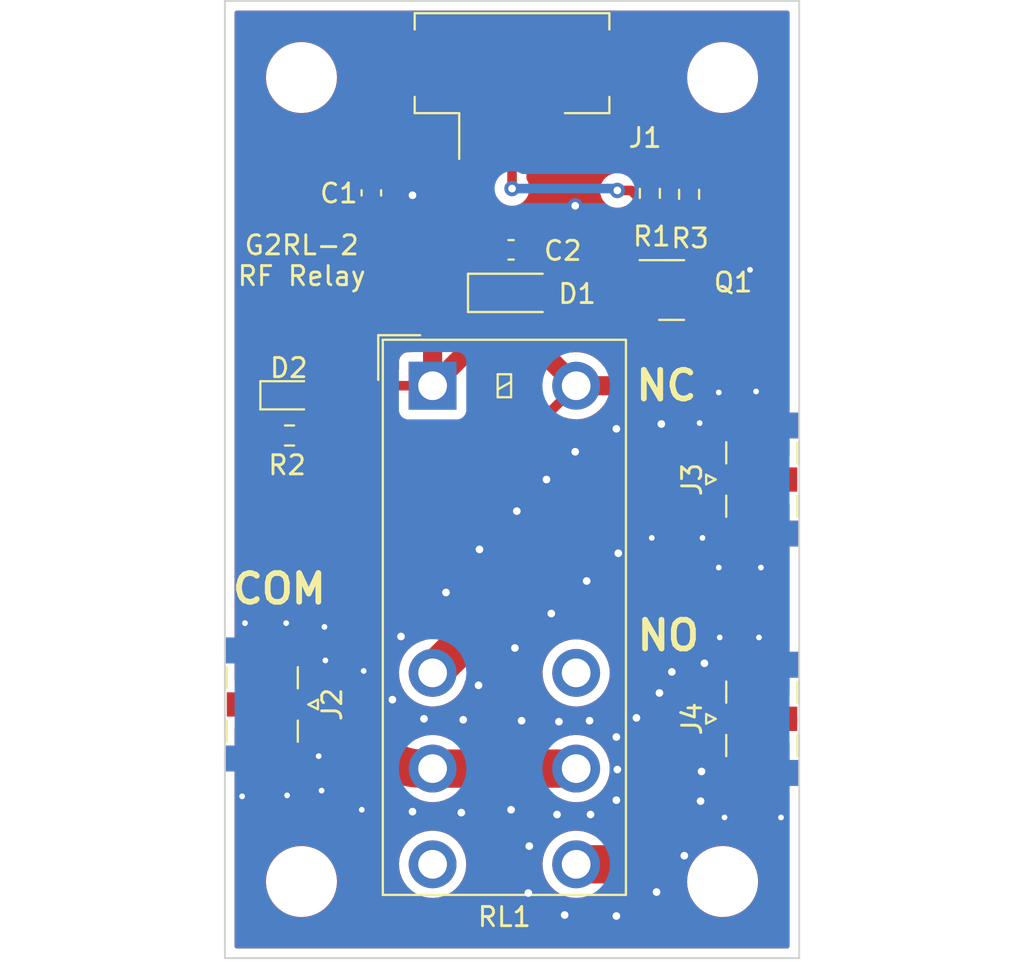
<source format=kicad_pcb>
(kicad_pcb (version 20211014) (generator pcbnew)
  (layers (0 "F.Cu" signal) (31 "B.Cu" signal) (34 "B.Paste" user) (35 "F.Paste" user) (36 "B.SilkS" user "B.Silkscreen") (37 "F.SilkS" user "F.Silkscreen") (38 "B.Mask" user) (39 "F.Mask" user) (44 "Edge.Cuts" user))
  (net 0 "")
  (net 1 "GND")
  (net 2 "Net-(J1-Pad2)")
  (net 3 "Net-(J2-Pad1)")
  (net 4 "Net-(J3-Pad1)")
  (net 5 "Net-(J4-Pad1)")
  (net 6 "Net-(D2-Pad1)")
  (net 7 "Net-(Q1-Pad1)")
  (net 8 "Net-(C1-Pad1)")
  (net 11 "Net-(C2-Pad1)")
  (footprint "MountingHole:MountingHole_2.7mm_M2.5_DIN965" (layer "F.Cu") (at 104 104)
    (fp_text reference "H1" hide)
    (fp_text value "MountingHole")
    (pad "" np_thru_hole circle locked (at 0 0) (size 2.7 2.7) (drill 2.7) (layers *.Cu *.Mask))
  )
  (footprint "Connector_Coaxial:SMA_Samtec_SMA-J-P-X-ST-EM1_EdgeMount" (layer "F.Cu") (at 102.1 136.75 -90)
    (fp_text reference "J2" (at 0 -3.5 90) (layer "F.SilkS"))
    (fp_text value "Conn_Coaxial")
    (fp_line (start 0.25 -2.76) (end -0.25 -2.76) (layer "F.SilkS") (width 0.12))
    (fp_line (start 0.84 -1.71) (end 1.95 -1.71) (layer "F.SilkS") (width 0.12))
    (fp_line (start -0.25 -2.76) (end 0 -2.26) (layer "F.SilkS") (width 0.12))
    (fp_line (start 0 -2.26) (end 0.25 -2.76) (layer "F.SilkS") (width 0.12))
    (fp_line (start -1.95 2) (end -0.84 2) (layer "F.SilkS") (width 0.12))
    (fp_line (start -1.95 -1.71) (end -0.84 -1.71) (layer "F.SilkS") (width 0.12))
    (fp_line (start 0.84 2) (end 1.95 2) (layer "F.SilkS") (width 0.12))
    (pad "1" smd rect locked (at 0 0.2 270) (size 1.27 3.6) (layers "F.Cu" "F.Paste" "F.Mask") (net 3 "Net-(J2-Pad1)"))
    (pad "2" smd rect locked (at 2.825 0 270) (size 1.35 4.2) (layers "B.Cu" "B.Paste" "B.Mask") (net 1 "GND"))
    (pad "2" smd rect locked (at 2.825 0 270) (size 1.35 4.2) (layers "F.Cu" "F.Paste" "F.Mask") (net 1 "GND"))
    (pad "2" smd rect locked (at -2.825 0 270) (size 1.35 4.2) (layers "B.Cu" "B.Paste" "B.Mask") (net 1 "GND"))
    (pad "2" smd rect locked (at -2.825 0 270) (size 1.35 4.2) (layers "F.Cu" "F.Paste" "F.Mask") (net 1 "GND"))
  )
  (footprint "Resistor_SMD:R_0603_1608Metric" (layer "F.Cu") (at 103.375 122.7 180)
    (fp_text reference "R2" (at 0.125 -1.55) (layer "F.SilkS"))
    (fp_text value "R")
    (fp_line (start -0.237258 -0.5225) (end 0.237258 -0.5225) (layer "F.SilkS") (width 0.12))
    (fp_line (start -0.237258 0.5225) (end 0.237258 0.5225) (layer "F.SilkS") (width 0.12))
    (pad "1" smd roundrect locked (at -0.825 0 180) (size 0.8 0.95) (layers "F.Cu" "F.Paste" "F.Mask") (net 11 "Net-(C2-Pad1)"))
    (pad "2" smd roundrect locked (at 0.825 0 180) (size 0.8 0.95) (layers "F.Cu" "F.Paste" "F.Mask") (net 6 "Net-(D2-Pad1)"))
  )
  (footprint "Resistor_SMD:R_0603_1608Metric" (layer "F.Cu") (at 122.2 110.05 90)
    (fp_text reference "R1" (at -2.25 0.1) (layer "F.SilkS"))
    (fp_text value "R")
    (fp_line (start -0.237258 0.5225) (end 0.237258 0.5225) (layer "F.SilkS") (width 0.12))
    (fp_line (start -0.237258 -0.5225) (end 0.237258 -0.5225) (layer "F.SilkS") (width 0.12))
    (pad "1" smd roundrect locked (at -0.825 0 90) (size 0.8 0.95) (layers "F.Cu" "F.Paste" "F.Mask") (net 2 "Net-(J1-Pad2)"))
    (pad "2" smd roundrect locked (at 0.825 0 90) (size 0.8 0.95) (layers "F.Cu" "F.Paste" "F.Mask") (net 1 "GND"))
  )
  (footprint "Capacitor_SMD:C_0603_1608Metric" (layer "F.Cu") (at 114.95 113 180)
    (fp_text reference "C2" (at -2.7 -0.05) (layer "F.SilkS"))
    (fp_text value "C")
    (fp_line (start -0.14058 0.51) (end 0.14058 0.51) (layer "F.SilkS") (width 0.12))
    (fp_line (start -0.14058 -0.51) (end 0.14058 -0.51) (layer "F.SilkS") (width 0.12))
    (pad "1" smd roundrect locked (at -0.775 0 180) (size 0.9 0.95) (layers "F.Cu" "F.Paste" "F.Mask") (net 11 "Net-(C2-Pad1)"))
    (pad "2" smd roundrect locked (at 0.775 0 180) (size 0.9 0.95) (layers "F.Cu" "F.Paste" "F.Mask") (net 8 "Net-(C1-Pad1)"))
  )
  (footprint "Resistor_SMD:R_0603_1608Metric" (layer "F.Cu") (at 124.25 110.1 -90)
    (fp_text reference "R3" (at 2.3 -0.05) (layer "F.SilkS"))
    (fp_text value "R")
    (fp_line (start -0.237258 -0.5225) (end 0.237258 -0.5225) (layer "F.SilkS") (width 0.12))
    (fp_line (start -0.237258 0.5225) (end 0.237258 0.5225) (layer "F.SilkS") (width 0.12))
    (pad "1" smd roundrect locked (at -0.825 0 270) (size 0.8 0.95) (layers "F.Cu" "F.Paste" "F.Mask") (net 2 "Net-(J1-Pad2)"))
    (pad "2" smd roundrect locked (at 0.825 0 270) (size 0.8 0.95) (layers "F.Cu" "F.Paste" "F.Mask") (net 7 "Net-(Q1-Pad1)"))
  )
  (footprint "Capacitor_SMD:C_0603_1608Metric" (layer "F.Cu") (at 107.65 110.025 90)
    (fp_text reference "C1" (at -0.025 -1.7) (layer "F.SilkS"))
    (fp_text value "C")
    (fp_line (start -0.14058 -0.51) (end 0.14058 -0.51) (layer "F.SilkS") (width 0.12))
    (fp_line (start -0.14058 0.51) (end 0.14058 0.51) (layer "F.SilkS") (width 0.12))
    (pad "1" smd roundrect locked (at -0.775 0 90) (size 0.9 0.95) (layers "F.Cu" "F.Paste" "F.Mask") (net 8 "Net-(C1-Pad1)"))
    (pad "2" smd roundrect locked (at 0.775 0 90) (size 0.9 0.95) (layers "F.Cu" "F.Paste" "F.Mask") (net 1 "GND"))
  )
  (footprint "MountingHole:MountingHole_2.7mm_M2.5_DIN965" (layer "F.Cu") (at 126 146)
    (fp_text reference "H4" hide)
    (fp_text value "MountingHole")
    (pad "" np_thru_hole circle locked (at 0 0) (size 2.7 2.7) (drill 2.7) (layers *.Cu *.Mask))
  )
  (footprint "MountingHole:MountingHole_2.7mm_M2.5_DIN965" (layer "F.Cu") (at 104 146)
    (fp_text reference "H2" hide)
    (fp_text value "MountingHole")
    (pad "" np_thru_hole circle locked (at 0 0) (size 2.7 2.7) (drill 2.7) (layers *.Cu *.Mask))
  )
  (footprint "Connector_JST:JST_PH_B3B-PH-SM4-TB_1x03-1MP_P2.00mm_Vertical" (layer "F.Cu") (at 115 105)
    (fp_text reference "J1" (at 6.95 2.15) (layer "F.SilkS"))
    (fp_text value "Conn_01x03")
    (fp_line (start -2.76 0.86) (end -2.76 3.25) (layer "F.SilkS") (width 0.12))
    (fp_line (start -5.085 0.01) (end -5.085 0.86) (layer "F.SilkS") (width 0.12))
    (fp_line (start -5.085 -3.51) (end -5.085 -4.36) (layer "F.SilkS") (width 0.12))
    (fp_line (start 5.085 -4.36) (end 5.085 -3.51) (layer "F.SilkS") (width 0.12))
    (fp_line (start 5.085 0.01) (end 5.085 0.86) (layer "F.SilkS") (width 0.12))
    (fp_line (start 5.085 0.86) (end 2.76 0.86) (layer "F.SilkS") (width 0.12))
    (fp_line (start -5.085 -4.36) (end 5.085 -4.36) (layer "F.SilkS") (width 0.12))
    (fp_line (start -5.085 0.86) (end -2.76 0.86) (layer "F.SilkS") (width 0.12))
    (pad "1" smd roundrect locked (at -2 0.5) (size 1 5.5) (layers "F.Cu" "F.Paste" "F.Mask") (net 8 "Net-(C1-Pad1)"))
    (pad "2" smd roundrect locked (at 0 0.5) (size 1 5.5) (layers "F.Cu" "F.Paste" "F.Mask") (net 2 "Net-(J1-Pad2)"))
    (pad "3" smd roundrect locked (at 2 0.5) (size 1 5.5) (layers "F.Cu" "F.Paste" "F.Mask") (net 1 "GND"))
    (pad "MP" smd roundrect locked (at 4.4 -1.75) (size 1.6 3) (layers "F.Cu" "F.Paste" "F.Mask") (roundrect_rratio 0.15625))
    (pad "MP" smd roundrect locked (at -4.4 -1.75) (size 1.6 3) (layers "F.Cu" "F.Paste" "F.Mask") (roundrect_rratio 0.15625))
  )
  (footprint "Connector_Coaxial:SMA_Samtec_SMA-J-P-X-ST-EM1_EdgeMount" (layer "F.Cu") (at 127.9 137.5 90)
    (fp_text reference "J4" (at 0 -3.5 90) (layer "F.SilkS"))
    (fp_text value "Conn_Coaxial")
    (fp_line (start -1.95 2) (end -0.84 2) (layer "F.SilkS") (width 0.12))
    (fp_line (start -0.25 -2.76) (end 0 -2.26) (layer "F.SilkS") (width 0.12))
    (fp_line (start -1.95 -1.71) (end -0.84 -1.71) (layer "F.SilkS") (width 0.12))
    (fp_line (start 0.84 2) (end 1.95 2) (layer "F.SilkS") (width 0.12))
    (fp_line (start 0 -2.26) (end 0.25 -2.76) (layer "F.SilkS") (width 0.12))
    (fp_line (start 0.25 -2.76) (end -0.25 -2.76) (layer "F.SilkS") (width 0.12))
    (fp_line (start 0.84 -1.71) (end 1.95 -1.71) (layer "F.SilkS") (width 0.12))
    (pad "1" smd rect locked (at 0 0.2 90) (size 1.27 3.6) (layers "F.Cu" "F.Paste" "F.Mask") (net 5 "Net-(J4-Pad1)"))
    (pad "2" smd rect locked (at 2.825 0 90) (size 1.35 4.2) (layers "B.Cu" "B.Paste" "B.Mask") (net 1 "GND"))
    (pad "2" smd rect locked (at 2.825 0 90) (size 1.35 4.2) (layers "F.Cu" "F.Paste" "F.Mask") (net 1 "GND"))
    (pad "2" smd rect locked (at -2.825 0 90) (size 1.35 4.2) (layers "F.Cu" "F.Paste" "F.Mask") (net 1 "GND"))
    (pad "2" smd rect locked (at -2.825 0 90) (size 1.35 4.2) (layers "B.Cu" "B.Paste" "B.Mask") (net 1 "GND"))
  )
  (footprint "LED_SMD:LED_0603_1608Metric" (layer "F.Cu") (at 103.3375 120.6)
    (fp_text reference "D2" (at 0 -1.43) (layer "F.SilkS"))
    (fp_text value "LED")
    (fp_line (start 0.8 -0.735) (end -1.485 -0.735) (layer "F.SilkS") (width 0.12))
    (fp_line (start -1.485 0.735) (end 0.8 0.735) (layer "F.SilkS") (width 0.12))
    (fp_line (start -1.485 -0.735) (end -1.485 0.735) (layer "F.SilkS") (width 0.12))
    (pad "1" smd roundrect locked (at -0.7875 0) (size 0.875 0.95) (layers "F.Cu" "F.Paste" "F.Mask") (net 6 "Net-(D2-Pad1)"))
    (pad "2" smd roundrect locked (at 0.7875 0) (size 0.875 0.95) (layers "F.Cu" "F.Paste" "F.Mask") (net 8 "Net-(C1-Pad1)"))
  )
  (footprint "Package_TO_SOT_SMD:SOT-23" (layer "F.Cu") (at 123.3375 115.1)
    (fp_text reference "Q1" (at 3.2125 -0.4) (layer "F.SilkS"))
    (fp_text value "BC817")
    (fp_line (start 0 1.56) (end -0.65 1.56) (layer "F.SilkS") (width 0.12))
    (fp_line (start 0 -1.56) (end -1.675 -1.56) (layer "F.SilkS") (width 0.12))
    (fp_line (start 0 1.56) (end 0.65 1.56) (layer "F.SilkS") (width 0.12))
    (fp_line (start 0 -1.56) (end 0.65 -1.56) (layer "F.SilkS") (width 0.12))
    (pad "1" smd roundrect locked (at -0.9375 -0.95) (size 1.475 0.6) (layers "F.Cu" "F.Paste" "F.Mask") (net 7 "Net-(Q1-Pad1)"))
    (pad "2" smd roundrect locked (at -0.9375 0.95) (size 1.475 0.6) (layers "F.Cu" "F.Paste" "F.Mask") (net 1 "GND"))
    (pad "3" smd roundrect locked (at 0.9375 0) (size 1.475 0.6) (layers "F.Cu" "F.Paste" "F.Mask") (net 11 "Net-(C2-Pad1)"))
  )
  (footprint "MountingHole:MountingHole_2.7mm_M2.5_DIN965" (layer "F.Cu") (at 126 104)
    (fp_text reference "H3" hide)
    (fp_text value "MountingHole")
    (pad "" np_thru_hole circle locked (at 0 0) (size 2.7 2.7) (drill 2.7) (layers *.Cu *.Mask))
  )
  (footprint "Relay_THT:Relay_DPDT_Omron_G2RL" (layer "F.Cu") (at 110.85 120.1 -90)
    (fp_text reference "RL1" (at 27.75 -3.75) (layer "F.SilkS"))
    (fp_text value "G2RL-2-DC5")
    (fp_line (start 0.2 -3.4) (end -0.2 -4.1) (layer "F.SilkS") (width 0.12))
    (fp_line (start -0.6 -4.1) (end -0.6 -3.4) (layer "F.SilkS") (width 0.12))
    (fp_line (start -2.4 -10.1) (end -2.4 2.6) (layer "F.SilkS") (width 0.12))
    (fp_line (start 26.6 -10.1) (end -2.4 -10.1) (layer "F.SilkS") (width 0.12))
    (fp_line (start -2.4 2.6) (end 26.6 2.6) (layer "F.SilkS") (width 0.12))
    (fp_line (start -2.64 2.84) (end -2.64 0.65) (layer "F.SilkS") (width 0.12))
    (fp_line (start 0.6 -3.4) (end 0.6 -4.1) (layer "F.SilkS") (width 0.12))
    (fp_line (start -0.3 2.84) (end -2.64 2.84) (layer "F.SilkS") (width 0.12))
    (fp_line (start -0.6 -3.4) (end 0.6 -3.4) (layer "F.SilkS") (width 0.12))
    (fp_line (start 26.6 2.6) (end 26.6 -10.1) (layer "F.SilkS") (width 0.12))
    (fp_line (start 0.6 -4.1) (end -0.6 -4.1) (layer "F.SilkS") (width 0.12))
    (pad "1" thru_hole rect (at 0 0) (size 2.5 2.5) (drill 1.5) (layers *.Cu *.Mask) (net 8 "Net-(C1-Pad1)"))
    (pad "2" thru_hole oval (at 15 0) (size 2.5 2.5) (drill 1.5) (layers *.Cu *.Mask) (net 4 "Net-(J3-Pad1)"))
    (pad "3" thru_hole oval (at 20 0) (size 2.5 2.5) (drill 1.5) (layers *.Cu *.Mask) (net 3 "Net-(J2-Pad1)"))
    (pad "4" thru_hole oval (at 25 0) (size 2.5 2.5) (drill 1.5) (layers *.Cu *.Mask))
    (pad "5" thru_hole oval (at 25 -7.5) (size 2.5 2.5) (drill 1.5) (layers *.Cu *.Mask) (net 5 "Net-(J4-Pad1)"))
    (pad "6" thru_hole oval (at 20 -7.5) (size 2.5 2.5) (drill 1.5) (layers *.Cu *.Mask) (net 3 "Net-(J2-Pad1)"))
    (pad "7" thru_hole oval (at 15 -7.5) (size 2.5 2.5) (drill 1.5) (layers *.Cu *.Mask))
    (pad "8" thru_hole oval (at 0 -7.5) (size 2.5 2.5) (drill 1.5) (layers *.Cu *.Mask) (net 11 "Net-(C2-Pad1)"))
  )
  (footprint "Connector_Coaxial:SMA_Samtec_SMA-J-P-X-ST-EM1_EdgeMount" (layer "F.Cu") (at 127.9 125 90)
    (fp_text reference "J3" (at 0 -3.5 90) (layer "F.SilkS"))
    (fp_text value "Conn_Coaxial")
    (fp_line (start 0.25 -2.76) (end -0.25 -2.76) (layer "F.SilkS") (width 0.12))
    (fp_line (start -1.95 2) (end -0.84 2) (layer "F.SilkS") (width 0.12))
    (fp_line (start 0.84 2) (end 1.95 2) (layer "F.SilkS") (width 0.12))
    (fp_line (start -1.95 -1.71) (end -0.84 -1.71) (layer "F.SilkS") (width 0.12))
    (fp_line (start -0.25 -2.76) (end 0 -2.26) (layer "F.SilkS") (width 0.12))
    (fp_line (start 0.84 -1.71) (end 1.95 -1.71) (layer "F.SilkS") (width 0.12))
    (fp_line (start 0 -2.26) (end 0.25 -2.76) (layer "F.SilkS") (width 0.12))
    (pad "1" smd rect locked (at 0 0.2 90) (size 1.27 3.6) (layers "F.Cu" "F.Paste" "F.Mask") (net 4 "Net-(J3-Pad1)"))
    (pad "2" smd rect locked (at 2.825 0 90) (size 1.35 4.2) (layers "F.Cu" "F.Paste" "F.Mask") (net 1 "GND"))
    (pad "2" smd rect locked (at -2.825 0 90) (size 1.35 4.2) (layers "B.Cu" "B.Paste" "B.Mask") (net 1 "GND"))
    (pad "2" smd rect locked (at 2.825 0 90) (size 1.35 4.2) (layers "B.Cu" "B.Paste" "B.Mask") (net 1 "GND"))
    (pad "2" smd rect locked (at -2.825 0 90) (size 1.35 4.2) (layers "F.Cu" "F.Paste" "F.Mask") (net 1 "GND"))
  )
  (footprint "Diode_SMD:D_SOD-123" (layer "F.Cu") (at 114.95 115.25)
    (fp_text reference "D1" (at 3.45 0.05) (layer "F.SilkS"))
    (fp_text value "1N4001")
    (fp_line (start -2.25 1) (end 1.65 1) (layer "F.SilkS") (width 0.12))
    (fp_line (start -2.25 -1) (end 1.65 -1) (layer "F.SilkS") (width 0.12))
    (fp_line (start -2.25 -1) (end -2.25 1) (layer "F.SilkS") (width 0.12))
    (pad "1" smd rect (at -1.65 0) (size 0.9 1.2) (layers "F.Cu" "F.Paste" "F.Mask") (net 8 "Net-(C1-Pad1)"))
    (pad "2" smd rect (at 1.65 0) (size 0.9 1.2) (layers "F.Cu" "F.Paste" "F.Mask") (net 11 "Net-(C2-Pad1)"))
  )
  (gr_line (start 130 150) (end 100 150) (layer "Edge.Cuts") (width 0.1))
  (gr_line (start 100 100) (end 130 100) (layer "Edge.Cuts") (width 0.1))
  (gr_line (start 130 100) (end 130 150) (layer "Edge.Cuts") (width 0.1))
  (gr_line (start 100 150) (end 100 100) (layer "Edge.Cuts") (width 0.1))
  (gr_text "G2RL-2\nRF Relay" (at 104.013 113.5634) (layer "F.SilkS") (effects (font (size 1 1))))
  (gr_text "NO" (at 123.1646 133.1468) (layer "F.SilkS") (effects (font (size 1.5 1.5) (thickness 0.3))))
  (gr_text "COM" (at 102.8446 130.7084) (layer "F.SilkS") (effects (font (size 1.5 1.5) (thickness 0.3))))
  (gr_text "NC" (at 123.063 120.0912) (layer "F.SilkS") (effects (font (size 1.5 1.5) (thickness 0.3))))
  (segment (start 107.65 109.25) (end 108.9 109.25) (width 0.5) (layer "F.Cu") (net 1))
  (segment (start 108.9 109.25) (end 109.8 110.15) (width 0.5) (layer "F.Cu") (net 1))
  (segment (start 117 105.5) (end 117 109.3) (width 1) (layer "F.Cu") (net 1))
  (segment (start 117 109.4) (end 118.3 110.7) (width 1) (layer "F.Cu") (net 1))
  (segment (start 117 109.3) (end 117 109.4) (width 1) (layer "F.Cu") (net 1))
  (via (at 121.5 137.45) (size 0.8) (drill 0.4) (layers "F.Cu" "B.Cu") (net 1))
  (via (at 127.75 120.4) (size 0.8) (drill 0.3) (layers "F.Cu" "B.Cu") (net 1))
  (via (at 100.9 141.55) (size 0.8) (drill 0.3) (layers "F.Cu" "B.Cu") (net 1))
  (via (at 120.55 128.85) (size 0.8) (drill 0.4) (layers "F.Cu" "B.Cu") (net 1))
  (via (at 115.15 133.8) (size 0.8) (drill 0.4) (layers "F.Cu" "B.Cu") (net 1))
  (via (at 105.05 141.25) (size 0.8) (drill 0.3) (layers "F.Cu" "B.Cu") (net 1))
  (via (at 120.45 122.35) (size 0.8) (drill 0.4) (layers "F.Cu" "B.Cu") (net 1))
  (via (at 129.05 142.65) (size 0.8) (drill 0.3) (layers "F.Cu" "B.Cu") (net 1))
  (via (at 103.2 132.5) (size 0.8) (drill 0.3) (layers "F.Cu" "B.Cu") (net 1))
  (via (at 110.4 137.5) (size 0.8) (drill 0.4) (layers "F.Cu" "B.Cu") (net 1))
  (via (at 127.9 133.25) (size 0.8) (drill 0.3) (layers "F.Cu" "B.Cu") (net 1))
  (via (at 120.45 147.8) (size 0.8) (drill 0.4) (layers "F.Cu" "B.Cu") (net 1))
  (via (at 124.85 141.8) (size 0.8) (drill 0.4) (layers "F.Cu" "B.Cu") (net 1))
  (via (at 118.3 123.55) (size 0.8) (drill 0.4) (layers "F.Cu" "B.Cu") (net 1))
  (via (at 117.05 132) (size 0.8) (drill 0.4) (layers "F.Cu" "B.Cu") (net 1))
  (via (at 105.25 134.45) (size 0.8) (drill 0.3) (layers "F.Cu" "B.Cu") (net 1))
  (via (at 105.2 132.7) (size 0.8) (drill 0.3) (layers "F.Cu" "B.Cu") (net 1))
  (via (at 116.8 125) (size 0.8) (drill 0.4) (layers "F.Cu" "B.Cu") (net 1))
  (via (at 124.95 128.05) (size 0.8) (drill 0.3) (layers "F.Cu" "B.Cu") (net 1))
  (via (at 125.8 129.6) (size 0.8) (drill 0.3) (layers "F.Cu" "B.Cu") (net 1))
  (via (at 112.35 142.4) (size 0.8) (drill 0.4) (layers "F.Cu" "B.Cu") (net 1))
  (via (at 120.5 140.15) (size 0.8) (drill 0.4) (layers "F.Cu" "B.Cu") (net 1))
  (via (at 111.55 130.9) (size 0.8) (drill 0.4) (layers "F.Cu" "B.Cu") (net 1))
  (via (at 123.35 135.05) (size 0.8) (drill 0.4) (layers "F.Cu" "B.Cu") (net 1))
  (via (at 115.85 146.6) (size 0.8) (drill 0.4) (layers "F.Cu" "B.Cu") (net 1))
  (via (at 125.85 133.25) (size 0.8) (drill 0.3) (layers "F.Cu" "B.Cu") (net 1))
  (via (at 113.25 135.75) (size 0.8) (drill 0.4) (layers "F.Cu" "B.Cu") (net 1))
  (via (at 109.8 142.35) (size 0.8) (drill 0.4) (layers "F.Cu" "B.Cu") (net 1))
  (via (at 120.45 141.75) (size 0.8) (drill 0.4) (layers "F.Cu" "B.Cu") (net 1))
  (via (at 122.7 136.15) (size 0.8) (drill 0.4) (layers "F.Cu" "B.Cu") (net 1))
  (via (at 117.45 137.65) (size 0.8) (drill 0.4) (layers "F.Cu" "B.Cu") (net 1))
  (via (at 103.25 141.5) (size 0.8) (drill 0.3) (layers "F.Cu" "B.Cu") (net 1))
  (via (at 112.45 137.55) (size 0.8) (drill 0.4) (layers "F.Cu" "B.Cu") (net 1))
  (via (at 120.45 138.45) (size 0.8) (drill 0.4) (layers "F.Cu" "B.Cu") (net 1))
  (via (at 124.8 122.05) (size 0.8) (drill 0.3) (layers "F.Cu" "B.Cu") (net 1))
  (via (at 107.25 135) (size 0.8) (drill 0.3) (layers "F.Cu" "B.Cu") (net 1))
  (via (at 127.4318 114.046) (size 0.8) (drill 0.3) (layers "F.Cu" "B.Cu") (net 1))
  (via (at 126.1 142.65) (size 0.8) (drill 0.3) (layers "F.Cu" "B.Cu") (net 1))
  (via (at 128 129.6) (size 0.8) (drill 0.3) (layers "F.Cu" "B.Cu") (net 1))
  (via (at 124.9 140.25) (size 0.8) (drill 0.4) (layers "F.Cu" "B.Cu") (net 1))
  (via (at 125.8 120.45) (size 0.8) (drill 0.3) (layers "F.Cu" "B.Cu") (net 1))
  (via (at 122.8 122.1) (size 0.8) (drill 0.4) (layers "F.Cu" "B.Cu") (net 1))
  (via (at 109.2 133.2) (size 0.8) (drill 0.4) (layers "F.Cu" "B.Cu") (net 1))
  (via (at 115.25 126.65) (size 0.8) (drill 0.4) (layers "F.Cu" "B.Cu") (net 1))
  (via (at 118.9 130.3) (size 0.8) (drill 0.4) (layers "F.Cu" "B.Cu") (net 1))
  (via (at 119.05 137.6) (size 0.8) (drill 0.4) (layers "F.Cu" "B.Cu") (net 1))
  (via (at 117.75 147.75) (size 0.8) (drill 0.4) (layers "F.Cu" "B.Cu") (net 1))
  (via (at 117.35 142.5) (size 0.8) (drill 0.4) (layers "F.Cu" "B.Cu") (net 1))
  (via (at 101.05 132.5) (size 0.8) (drill 0.3) (layers "F.Cu" "B.Cu") (net 1))
  (via (at 122.55 146.55) (size 0.8) (drill 0.4) (layers "F.Cu" "B.Cu") (net 1))
  (via (at 114.95 142.25) (size 0.8) (drill 0.4) (layers "F.Cu" "B.Cu") (net 1))
  (via (at 109.8 110.15) (size 0.8) (drill 0.4) (layers "F.Cu" "B.Cu") (net 1))
  (via (at 108.75 136.5) (size 0.8) (drill 0.4) (layers "F.Cu" "B.Cu") (net 1))
  (via (at 113.3 128.65) (size 0.8) (drill 0.4) (layers "F.Cu" "B.Cu") (net 1))
  (via (at 107.15 142.25) (size 0.8) (drill 0.3) (layers "F.Cu" "B.Cu") (net 1))
  (via (at 119.1 142.5) (size 0.8) (drill 0.4) (layers "F.Cu" "B.Cu") (net 1))
  (via (at 118.3 110.7) (size 0.8) (drill 0.4) (layers "F.Cu" "B.Cu") (net 1))
  (via (at 115.9 144.15) (size 0.8) (drill 0.4) (layers "F.Cu" "B.Cu") (net 1))
  (via (at 115.5 137.6) (size 0.8) (drill 0.4) (layers "F.Cu" "B.Cu") (net 1))
  (via (at 125.05 134.6) (size 0.8) (drill 0.4) (layers "F.Cu" "B.Cu") (net 1))
  (via (at 124 144.65) (size 0.8) (drill 0.4) (layers "F.Cu" "B.Cu") (net 1))
  (via (at 104.9 139.45) (size 0.8) (drill 0.3) (layers "F.Cu" "B.Cu") (net 1))
  (via (at 122.3 128.05) (size 0.8) (drill 0.3) (layers "F.Cu" "B.Cu") (net 1))
  (segment (start 121.225 109.9) (end 122.2 110.875) (width 0.5) (layer "F.Cu") (net 2))
  (segment (start 122.2 110.875) (end 122.65 110.875) (width 0.5) (layer "F.Cu") (net 2))
  (segment (start 122.65 110.875) (end 124.25 109.275) (width 0.5) (layer "F.Cu") (net 2))
  (segment (start 120.5 109.9) (end 121.225 109.9) (width 0.5) (layer "F.Cu") (net 2))
  (segment (start 115 105.5) (end 115 109.8) (width 0.5) (layer "F.Cu") (net 2))
  (via (at 120.5 109.9) (size 0.8) (drill 0.4) (layers "F.Cu" "B.Cu") (net 2))
  (via (at 115 109.8) (size 0.8) (drill 0.4) (layers "F.Cu" "B.Cu") (net 2))
  (segment (start 115 109.8) (end 120.25 109.8) (width 0.5) (layer "B.Cu") (net 2))
  (segment (start 120.25 109.8) (end 120.4 109.8) (width 0.5) (layer "B.Cu") (net 2))
  (segment (start 120.4 109.8) (end 120.5 109.9) (width 0.5) (layer "B.Cu") (net 2))
  (segment (start 110.242641 140.1) (end 110.85 140.1) (width 2) (layer "F.Cu") (net 3))
  (segment (start 106.52868 137.62868) (end 108.121321 139.221321) (width 2) (layer "F.Cu") (net 3))
  (segment (start 101.9 136.75) (end 104.407359 136.75) (width 2) (layer "F.Cu") (net 3))
  (segment (start 110.85 140.1) (end 118.35 140.1) (width 2) (layer "F.Cu") (net 3))
  (arc (start 108.121321 139.221321) (mid 109.094591 139.871639) (end 110.242641 140.1) (width 2) (layer "F.Cu") (net 3))
  (arc (start 106.52868 137.62868) (mid 105.55541 136.978361) (end 104.407359 136.75) (width 2) (layer "F.Cu") (net 3))
  (segment (start 118.15 127.8) (end 118.15 127.75) (width 2) (layer "F.Cu") (net 4))
  (segment (start 118.15 127.75) (end 120.021321 125.878679) (width 2) (layer "F.Cu") (net 4))
  (segment (start 110.85 135.1) (end 118.15 127.8) (width 2) (layer "F.Cu") (net 4))
  (segment (start 122.142641 125) (end 128.1 125) (width 2) (layer "F.Cu") (net 4))
  (arc (start 120.021321 125.878679) (mid 120.994591 125.228361) (end 122.142641 125) (width 2) (layer "F.Cu") (net 4))
  (segment (start 125.943619 137.5) (end 128.1 137.5) (width 2) (layer "F.Cu") (net 5))
  (segment (start 118.35 145.1) (end 120.4 145.1) (width 2) (layer "F.Cu") (net 5))
  (segment (start 122.6 141.657359) (end 122.6 140.843619) (width 2) (layer "F.Cu") (net 5))
  (segment (start 123.47868 138.722298) (end 123.822299 138.378679) (width 2) (layer "F.Cu") (net 5))
  (segment (start 120.4 145.1) (end 121.721321 143.778679) (width 2) (layer "F.Cu") (net 5))
  (arc (start 122.6 140.843619) (mid 122.828362 139.695568) (end 123.47868 138.722298) (width 2) (layer "F.Cu") (net 5))
  (arc (start 122.6 141.657359) (mid 122.371639 142.805409) (end 121.721321 143.778679) (width 2) (layer "F.Cu") (net 5))
  (arc (start 125.943619 137.5) (mid 124.795569 137.728361) (end 123.822299 138.378679) (width 2) (layer "F.Cu") (net 5))
  (segment (start 102.55 120.6) (end 102.55 122.7) (width 0.293) (layer "F.Cu") (net 6))
  (segment (start 122.4 114.15) (end 124.25 112.3) (width 0.293) (layer "F.Cu") (net 7))
  (segment (start 124.25 112.3) (end 124.25 110.925) (width 0.293) (layer "F.Cu") (net 7))
  (segment (start 104.625 120.1) (end 110.85 120.1) (width 0.5) (layer "F.Cu") (net 8))
  (segment (start 107.65 110.8) (end 110.25 113.4) (width 0.5) (layer "F.Cu") (net 8))
  (segment (start 113 105.5) (end 113 111.25) (width 1) (layer "F.Cu") (net 8))
  (segment (start 113.3 115.45) (end 113.3 117.65) (width 1) (layer "F.Cu") (net 8))
  (segment (start 110.25 113.4) (end 110.85 113.4) (width 0.5) (layer "F.Cu") (net 8))
  (segment (start 113.3 117.65) (end 110.85 120.1) (width 1) (layer "F.Cu") (net 8))
  (segment (start 113 111.25) (end 110.85 113.4) (width 1) (layer "F.Cu") (net 8))
  (segment (start 110.85 113.4) (end 110.85 120.1) (width 1) (layer "F.Cu") (net 8))
  (segment (start 114.175 114.575) (end 113.3 115.45) (width 0.5) (layer "F.Cu") (net 8))
  (segment (start 114.175 113) (end 114.175 114.575) (width 0.5) (layer "F.Cu") (net 8))
  (segment (start 104.125 120.6) (end 104.625 120.1) (width 0.5) (layer "F.Cu") (net 8))
  (segment (start 104.2 122.7) (end 115.75 122.7) (width 0.5) (layer "F.Cu") (net 11))
  (segment (start 115.725 114.575) (end 116.6 115.45) (width 0.5) (layer "F.Cu") (net 11))
  (segment (start 122.9 120.1) (end 124.275 118.725) (width 1) (layer "F.Cu") (net 11))
  (segment (start 118.35 120.1) (end 122.9 120.1) (width 1) (layer "F.Cu") (net 11))
  (segment (start 116.6 115.45) (end 116.6 118.35) (width 1) (layer "F.Cu") (net 11))
  (segment (start 115.75 122.7) (end 118.35 120.1) (width 0.5) (layer "F.Cu") (net 11))
  (segment (start 115.725 113) (end 115.725 114.575) (width 0.5) (layer "F.Cu") (net 11))
  (segment (start 116.6 118.35) (end 118.35 120.1) (width 1) (layer "F.Cu") (net 11))
  (segment (start 124.275 118.725) (end 124.275 115.1) (width 1) (layer "F.Cu") (net 11))
  (zone (net 1) (net_name "GND") (layer "F.Cu") (connect_pads yes (clearance 0.5)) (min_thickness 0.254) (fill yes (thermal_gap 0.508) (thermal_bridge_width 0.508))
    (polygon (pts (xy 130 150) (xy 100 150) (xy 100 100) (xy 130 100)))
  )
  (zone (net 1) (net_name "GND") (layer "B.Cu") (connect_pads yes (clearance 0.508)) (min_thickness 0.254) (fill yes (thermal_gap 0.508) (thermal_bridge_width 0.508))
    (polygon (pts (xy 130 150) (xy 100 150) (xy 100 100) (xy 130 100)))
  )
)
</source>
